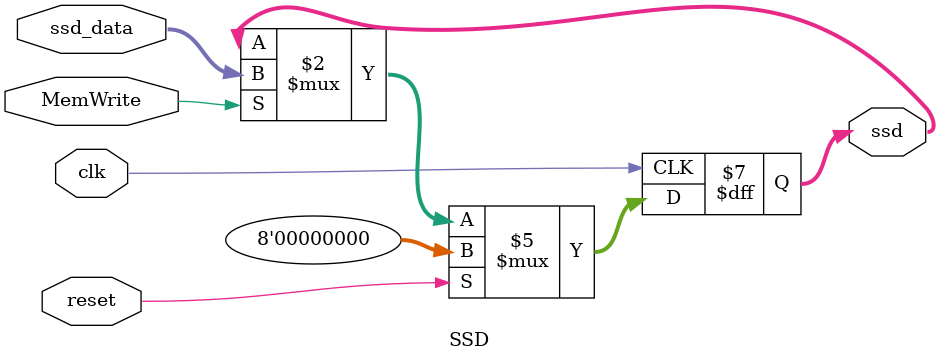
<source format=v>
`timescale 1ns / 1ps

module SSD(
    input clk,
    input reset,
    input MemWrite,
    input [7:0] ssd_data,
    output reg [7:0] ssd
    );

always @ (posedge clk)
  begin
    if (reset)
      ssd <= 0;
    else
      if (MemWrite)
        ssd <= ssd_data;
  end
  
endmodule

</source>
